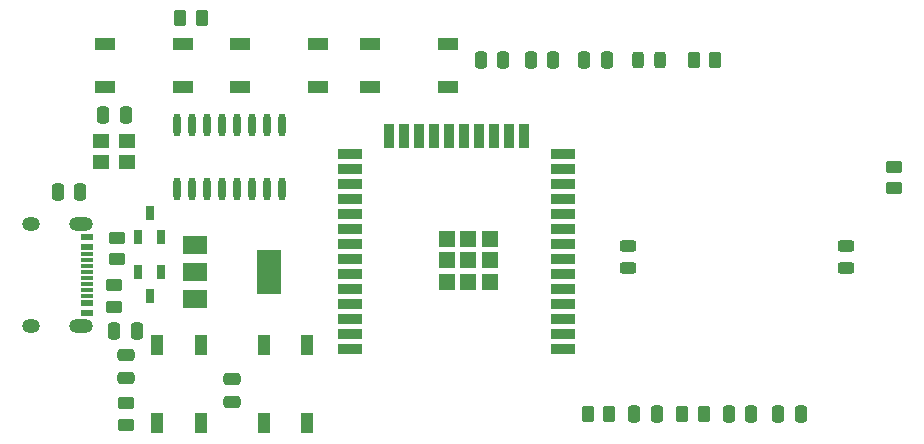
<source format=gtp>
G04 #@! TF.GenerationSoftware,KiCad,Pcbnew,(6.0.0)*
G04 #@! TF.CreationDate,2022-05-03T02:07:06-05:00*
G04 #@! TF.ProjectId,Materiales ESP32,4d617465-7269-4616-9c65-732045535033,rev?*
G04 #@! TF.SameCoordinates,Original*
G04 #@! TF.FileFunction,Paste,Top*
G04 #@! TF.FilePolarity,Positive*
%FSLAX46Y46*%
G04 Gerber Fmt 4.6, Leading zero omitted, Abs format (unit mm)*
G04 Created by KiCad (PCBNEW (6.0.0)) date 2022-05-03 02:07:06*
%MOMM*%
%LPD*%
G01*
G04 APERTURE LIST*
G04 Aperture macros list*
%AMRoundRect*
0 Rectangle with rounded corners*
0 $1 Rounding radius*
0 $2 $3 $4 $5 $6 $7 $8 $9 X,Y pos of 4 corners*
0 Add a 4 corners polygon primitive as box body*
4,1,4,$2,$3,$4,$5,$6,$7,$8,$9,$2,$3,0*
0 Add four circle primitives for the rounded corners*
1,1,$1+$1,$2,$3*
1,1,$1+$1,$4,$5*
1,1,$1+$1,$6,$7*
1,1,$1+$1,$8,$9*
0 Add four rect primitives between the rounded corners*
20,1,$1+$1,$2,$3,$4,$5,0*
20,1,$1+$1,$4,$5,$6,$7,0*
20,1,$1+$1,$6,$7,$8,$9,0*
20,1,$1+$1,$8,$9,$2,$3,0*%
G04 Aperture macros list end*
%ADD10RoundRect,0.250000X0.450000X-0.262500X0.450000X0.262500X-0.450000X0.262500X-0.450000X-0.262500X0*%
%ADD11R,1.000000X1.700000*%
%ADD12O,0.600000X1.970000*%
%ADD13R,0.700000X1.250000*%
%ADD14RoundRect,0.243750X0.456250X-0.243750X0.456250X0.243750X-0.456250X0.243750X-0.456250X-0.243750X0*%
%ADD15RoundRect,0.250000X-0.250000X-0.475000X0.250000X-0.475000X0.250000X0.475000X-0.250000X0.475000X0*%
%ADD16RoundRect,0.250000X-0.475000X0.250000X-0.475000X-0.250000X0.475000X-0.250000X0.475000X0.250000X0*%
%ADD17R,1.700000X1.000000*%
%ADD18RoundRect,0.250000X0.475000X-0.250000X0.475000X0.250000X-0.475000X0.250000X-0.475000X-0.250000X0*%
%ADD19RoundRect,0.250000X0.250000X0.475000X-0.250000X0.475000X-0.250000X-0.475000X0.250000X-0.475000X0*%
%ADD20RoundRect,0.250000X-0.262500X-0.450000X0.262500X-0.450000X0.262500X0.450000X-0.262500X0.450000X0*%
%ADD21R,2.100000X0.950000*%
%ADD22R,0.950000X2.100000*%
%ADD23R,1.330000X1.330000*%
%ADD24RoundRect,0.243750X-0.243750X-0.456250X0.243750X-0.456250X0.243750X0.456250X-0.243750X0.456250X0*%
%ADD25R,1.400000X1.200000*%
%ADD26R,1.100000X0.600000*%
%ADD27R,1.100000X0.300000*%
%ADD28O,2.000000X1.200000*%
%ADD29O,1.500000X1.200000*%
%ADD30R,2.000000X1.500000*%
%ADD31R,2.000000X3.800000*%
%ADD32RoundRect,0.250000X-0.450000X0.262500X-0.450000X-0.262500X0.450000X-0.262500X0.450000X0.262500X0*%
G04 APERTURE END LIST*
D10*
X178000000Y-125912500D03*
X178000000Y-124087500D03*
D11*
X189650000Y-125800000D03*
X189650000Y-119200000D03*
X193350000Y-125800000D03*
X193350000Y-119200000D03*
D12*
X191200000Y-100510000D03*
X189930000Y-100510000D03*
X188660000Y-100510000D03*
X187380000Y-100510000D03*
X186120000Y-100510000D03*
X184850000Y-100510000D03*
X183580000Y-100510000D03*
X182310000Y-100510000D03*
X182310000Y-105990000D03*
X183580000Y-105990000D03*
X184850000Y-105990000D03*
X186120000Y-105990000D03*
X187380000Y-105990000D03*
X188660000Y-105990000D03*
X189930000Y-105990000D03*
X191200000Y-105990000D03*
D13*
X179050000Y-110000000D03*
X180950000Y-110000000D03*
X180000000Y-108000000D03*
D14*
X239000000Y-112687500D03*
X239000000Y-110812500D03*
D15*
X235150000Y-125000000D03*
X233250000Y-125000000D03*
D16*
X178000000Y-121950000D03*
X178000000Y-120050000D03*
D17*
X187700000Y-93650000D03*
X194300000Y-93650000D03*
X187700000Y-97350000D03*
X194300000Y-97350000D03*
D18*
X187000000Y-123950000D03*
X187000000Y-122050000D03*
D10*
X177000000Y-115912500D03*
X177000000Y-114087500D03*
D19*
X174150000Y-106250000D03*
X172250000Y-106250000D03*
D20*
X226087500Y-95000000D03*
X227912500Y-95000000D03*
D11*
X180650000Y-125800000D03*
X180650000Y-119200000D03*
X184350000Y-125800000D03*
X184350000Y-119200000D03*
D21*
X215000000Y-119500000D03*
X215000000Y-118230000D03*
X215000000Y-116960000D03*
X215000000Y-115690000D03*
X215000000Y-114420000D03*
X215000000Y-113150000D03*
X215000000Y-111880000D03*
X215000000Y-110610000D03*
X215000000Y-109340000D03*
X215000000Y-108070000D03*
X215000000Y-106800000D03*
X215000000Y-105530000D03*
X215000000Y-104260000D03*
X215000000Y-102990000D03*
D22*
X211710000Y-101500000D03*
X210440000Y-101500000D03*
X209170000Y-101500000D03*
X207900000Y-101500000D03*
X206630000Y-101500000D03*
X205360000Y-101500000D03*
X204090000Y-101500000D03*
X202820000Y-101500000D03*
X201550000Y-101500000D03*
X200280000Y-101500000D03*
D21*
X197000000Y-102990000D03*
X197000000Y-104260000D03*
X197000000Y-105530000D03*
X197000000Y-106800000D03*
X197000000Y-108070000D03*
X197000000Y-109340000D03*
X197000000Y-110610000D03*
X197000000Y-111880000D03*
X197000000Y-113150000D03*
X197000000Y-114420000D03*
X197000000Y-115690000D03*
X197000000Y-116960000D03*
X197000000Y-118230000D03*
X197000000Y-119500000D03*
D23*
X207000000Y-112000000D03*
X205160000Y-110170000D03*
X208840000Y-112000000D03*
X208840000Y-110170000D03*
X205160000Y-113840000D03*
X207000000Y-110170000D03*
X208840000Y-113840000D03*
X205160000Y-112000000D03*
X207000000Y-113840000D03*
D15*
X229050000Y-125000000D03*
X230950000Y-125000000D03*
D17*
X198700000Y-93650000D03*
X205300000Y-93650000D03*
X198700000Y-97350000D03*
X205300000Y-97350000D03*
D20*
X217087500Y-125000000D03*
X218912500Y-125000000D03*
D24*
X221375000Y-95000000D03*
X223250000Y-95000000D03*
D15*
X221050000Y-125000000D03*
X222950000Y-125000000D03*
D14*
X220500000Y-112687500D03*
X220500000Y-110812500D03*
D19*
X178000000Y-99650000D03*
X176100000Y-99650000D03*
D15*
X177000000Y-118000000D03*
X178900000Y-118000000D03*
D17*
X176200000Y-93650000D03*
X182800000Y-93650000D03*
X176200000Y-97350000D03*
X182800000Y-97350000D03*
D25*
X175900000Y-103630000D03*
X178100000Y-103630000D03*
X178100000Y-101870000D03*
X175900000Y-101870000D03*
D15*
X209950000Y-95000000D03*
X208050000Y-95000000D03*
X212300000Y-95000000D03*
X214200000Y-95000000D03*
D26*
X174712500Y-110050000D03*
X174712500Y-110850000D03*
D27*
X174712500Y-111500000D03*
X174712500Y-112000000D03*
X174712500Y-112500000D03*
X174712500Y-113000000D03*
X174712500Y-113500000D03*
X174712500Y-114000000D03*
X174712500Y-114500000D03*
X174712500Y-115000000D03*
D26*
X174712500Y-115650000D03*
X174712500Y-116450000D03*
D28*
X174162500Y-108930000D03*
D29*
X169952500Y-108930000D03*
X169952500Y-117570000D03*
D28*
X174162500Y-117570000D03*
D10*
X177250000Y-111912500D03*
X177250000Y-110087500D03*
D20*
X225087500Y-125000000D03*
X226912500Y-125000000D03*
D15*
X216800000Y-95000000D03*
X218700000Y-95000000D03*
D30*
X183850000Y-110700000D03*
D31*
X190150000Y-113000000D03*
D30*
X183850000Y-113000000D03*
X183850000Y-115300000D03*
D13*
X180950000Y-113000000D03*
X179050000Y-113000000D03*
X180000000Y-115000000D03*
D32*
X243000000Y-104087500D03*
X243000000Y-105912500D03*
D20*
X182587500Y-91500000D03*
X184412500Y-91500000D03*
M02*

</source>
